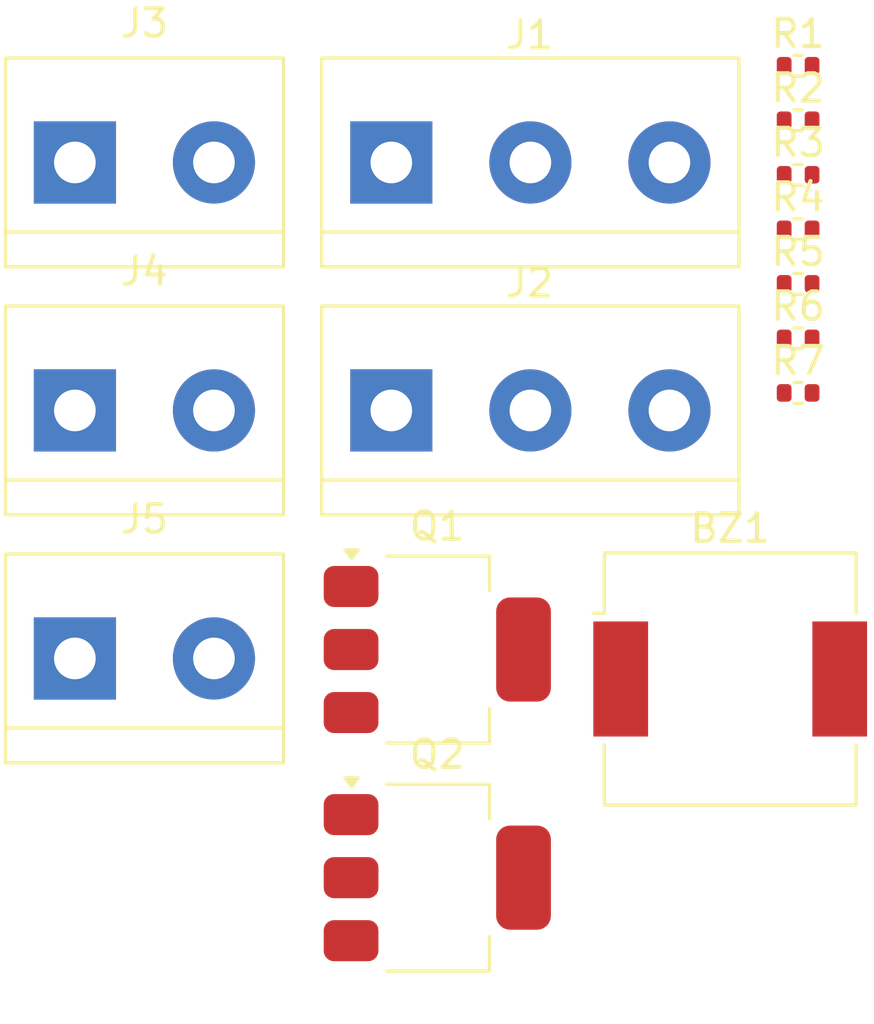
<source format=kicad_pcb>
(kicad_pcb (version 20240108) (generator "pcbnew") (generator_version "8.0")
  (layers (0 "F.Cu" signal) (31 "B.Cu" signal) (34 "B.Paste" user) (35 "F.Paste" user) (36 "B.SilkS" user "B.Silkscreen") (37 "F.SilkS" user "F.Silkscreen") (38 "B.Mask" user) (39 "F.Mask" user) (44 "Edge.Cuts" user))
  (net 0 "")
  (net 1 "+5V")
  (net 2 "Net-(BZ1--)")
  (net 3 "GND")
  (net 4 "LSA")
  (net 5 "LSC")
  (net 6 "KEYC")
  (net 7 "KEYA")
  (net 8 "PP")
  (net 9 "Net-(J4-Pin_1)")
  (net 10 "M")
  (net 11 "Net-(Q1-B)")
  (net 12 "Net-(Q2-B)")
  (net 13 "+3.3V")
  (net 14 "BZZR")
  (net 15 "Light")
  (footprint "Resistor_SMD:R_0402_1005Metric" (layer "F.Cu") (at 169.98 99.11)
    (property "Reference" "R2" (at 0 -1.17 0) (layer "F.SilkS"))
    (property "Value" "1k")
    (fp_line (start -0.153641 -0.38) (end 0.153641 -0.38) (stroke (width 0.12)) (layer "F.SilkS"))
    (fp_line (start -0.153641 0.38) (end 0.153641 0.38) (stroke (width 0.12)) (layer "F.SilkS"))
    (pad "1" smd roundrect (at -0.51 0) (size 0.54 0.64) (layers "F.Cu" "F.Paste" "F.Mask") (net 13 "+3.3V"))
    (pad "2" smd roundrect (at 0.51 0) (size 0.54 0.64) (layers "F.Cu" "F.Paste" "F.Mask") (net 5 "LSC"))
  )
  (footprint "TerminalBlock:TerminalBlock_bornier-3_P5.08mm" (layer "F.Cu") (at 155.12 109.7)
    (property "Reference" "J2" (at 5.05 -4.65 0) (layer "F.SilkS"))
    (property "Value" "KEY")
    (fp_line (start -2.54 -3.81) (end 12.7 -3.81) (stroke (width 0.12)) (layer "F.SilkS"))
    (fp_line (start -2.54 2.54) (end 12.7 2.54) (stroke (width 0.12)) (layer "F.SilkS"))
    (fp_line (start -2.54 3.81) (end -2.54 -3.81) (stroke (width 0.12)) (layer "F.SilkS"))
    (fp_line (start -2.54 3.81) (end 12.7 3.81) (stroke (width 0.12)) (layer "F.SilkS"))
    (fp_line (start 12.7 3.81) (end 12.7 -3.81) (stroke (width 0.12)) (layer "F.SilkS"))
    (pad "1" thru_hole rect (at 0 0) (size 3 3) (drill 1.52) (layers "*.Cu" "*.Mask" "In1.Cu" "In2.Cu" "In3.Cu" "In4.Cu" "In5.Cu" "In6.Cu" "In7.Cu" "In8.Cu" "In9.Cu" "In10.Cu" "In11.Cu" "In12.Cu" "In13.Cu" "In14.Cu" "In15.Cu" "In16.Cu" "In17.Cu" "In18.Cu" "In19.Cu" "In20.Cu" "In21.Cu" "In22.Cu" "In23.Cu" "In24.Cu" "In25.Cu" "In26.Cu" "In27.Cu" "In28.Cu" "In29.Cu" "In30.Cu") (net 6 "KEYC"))
    (pad "2" thru_hole circle (at 5.08 0) (size 3 3) (drill 1.52) (layers "*.Cu" "*.Mask" "In1.Cu" "In2.Cu" "In3.Cu" "In4.Cu" "In5.Cu" "In6.Cu" "In7.Cu" "In8.Cu" "In9.Cu" "In10.Cu" "In11.Cu" "In12.Cu" "In13.Cu" "In14.Cu" "In15.Cu" "In16.Cu" "In17.Cu" "In18.Cu" "In19.Cu" "In20.Cu" "In21.Cu" "In22.Cu" "In23.Cu" "In24.Cu" "In25.Cu" "In26.Cu" "In27.Cu" "In28.Cu" "In29.Cu" "In30.Cu") (net 3 "GND"))
    (pad "3" thru_hole circle (at 10.16 0) (size 3 3) (drill 1.52) (layers "*.Cu" "*.Mask" "In1.Cu" "In2.Cu" "In3.Cu" "In4.Cu" "In5.Cu" "In6.Cu" "In7.Cu" "In8.Cu" "In9.Cu" "In10.Cu" "In11.Cu" "In12.Cu" "In13.Cu" "In14.Cu" "In15.Cu" "In16.Cu" "In17.Cu" "In18.Cu" "In19.Cu" "In20.Cu" "In21.Cu" "In22.Cu" "In23.Cu" "In24.Cu" "In25.Cu" "In26.Cu" "In27.Cu" "In28.Cu" "In29.Cu" "In30.Cu") (net 7 "KEYA"))
  )
  (footprint "Resistor_SMD:R_0402_1005Metric" (layer "F.Cu") (at 169.98 109.06)
    (property "Reference" "R7" (at 0 -1.17 0) (layer "F.SilkS"))
    (property "Value" "1k")
    (fp_line (start -0.153641 -0.38) (end 0.153641 -0.38) (stroke (width 0.12)) (layer "F.SilkS"))
    (fp_line (start -0.153641 0.38) (end 0.153641 0.38) (stroke (width 0.12)) (layer "F.SilkS"))
    (pad "1" smd roundrect (at -0.51 0) (size 0.54 0.64) (layers "F.Cu" "F.Paste" "F.Mask") (net 15 "Light"))
    (pad "2" smd roundrect (at 0.51 0) (size 0.54 0.64) (layers "F.Cu" "F.Paste" "F.Mask") (net 12 "Net-(Q2-B)"))
  )
  (footprint "Package_TO_SOT_SMD:SOT-223-3_TabPin2" (layer "F.Cu") (at 156.8 126.75)
    (property "Reference" "Q2" (at 0 -4.5 0) (layer "F.SilkS"))
    (property "Value" "PNP")
    (fp_line (start -1.85 -3.41) (end 1.91 -3.41) (stroke (width 0.12)) (layer "F.SilkS"))
    (fp_line (start -1.85 3.41) (end 1.91 3.41) (stroke (width 0.12)) (layer "F.SilkS"))
    (fp_line (start 1.91 -3.41) (end 1.91 -2.15) (stroke (width 0.12)) (layer "F.SilkS"))
    (fp_line (start 1.91 3.41) (end 1.91 2.15) (stroke (width 0.12)) (layer "F.SilkS"))
    (fp_poly (pts (xy -3.13 -3.31) (xy -3.37 -3.64) (xy -2.89 -3.64) (xy -3.13 -3.31)) (stroke (width 0.12)) (fill solid) (layer "F.SilkS"))
    (pad "1" smd roundrect (at -3.15 -2.3) (size 2 1.5) (layers "F.Cu" "F.Paste" "F.Mask") (net 12 "Net-(Q2-B)"))
    (pad "2" smd roundrect (at -3.15 0) (size 2 1.5) (layers "F.Cu" "F.Paste" "F.Mask") (net 9 "Net-(J4-Pin_1)"))
    (pad "2" smd roundrect (at 3.15 0) (size 2 3.8) (layers "F.Cu" "F.Paste" "F.Mask") (net 9 "Net-(J4-Pin_1)"))
    (pad "3" smd roundrect (at -3.15 2.3) (size 2 1.5) (layers "F.Cu" "F.Paste" "F.Mask") (net 3 "GND"))
  )
  (footprint "Package_TO_SOT_SMD:SOT-223-3_TabPin2" (layer "F.Cu") (at 156.8 118.425)
    (property "Reference" "Q1" (at 0 -4.5 0) (layer "F.SilkS"))
    (property "Value" "PNP")
    (fp_line (start -1.85 -3.41) (end 1.91 -3.41) (stroke (width 0.12)) (layer "F.SilkS"))
    (fp_line (start -1.85 3.41) (end 1.91 3.41) (stroke (width 0.12)) (layer "F.SilkS"))
    (fp_line (start 1.91 -3.41) (end 1.91 -2.15) (stroke (width 0.12)) (layer "F.SilkS"))
    (fp_line (start 1.91 3.41) (end 1.91 2.15) (stroke (width 0.12)) (layer "F.SilkS"))
    (fp_poly (pts (xy -3.13 -3.31) (xy -3.37 -3.64) (xy -2.89 -3.64) (xy -3.13 -3.31)) (stroke (width 0.12)) (fill solid) (layer "F.SilkS"))
    (pad "1" smd roundrect (at -3.15 -2.3) (size 2 1.5) (layers "F.Cu" "F.Paste" "F.Mask") (net 11 "Net-(Q1-B)"))
    (pad "2" smd roundrect (at -3.15 0) (size 2 1.5) (layers "F.Cu" "F.Paste" "F.Mask") (net 2 "Net-(BZ1--)"))
    (pad "2" smd roundrect (at 3.15 0) (size 2 3.8) (layers "F.Cu" "F.Paste" "F.Mask") (net 2 "Net-(BZ1--)"))
    (pad "3" smd roundrect (at -3.15 2.3) (size 2 1.5) (layers "F.Cu" "F.Paste" "F.Mask") (net 3 "GND"))
  )
  (footprint "TerminalBlock:TerminalBlock_bornier-2_P5.08mm" (layer "F.Cu") (at 143.56 109.7)
    (property "Reference" "J4" (at 2.54 -5.08 0) (layer "F.SilkS"))
    (property "Value" "Light")
    (fp_line (start -2.54 -3.81) (end -2.54 3.81) (stroke (width 0.12)) (layer "F.SilkS"))
    (fp_line (start -2.54 3.81) (end 7.62 3.81) (stroke (width 0.12)) (layer "F.SilkS"))
    (fp_line (start 7.62 -3.81) (end -2.54 -3.81) (stroke (width 0.12)) (layer "F.SilkS"))
    (fp_line (start 7.62 2.54) (end -2.54 2.54) (stroke (width 0.12)) (layer "F.SilkS"))
    (fp_line (start 7.62 3.81) (end 7.62 -3.81) (stroke (width 0.12)) (layer "F.SilkS"))
    (pad "1" thru_hole rect (at 0 0) (size 3 3) (drill 1.52) (layers "*.Cu" "*.Mask" "In1.Cu" "In2.Cu" "In3.Cu" "In4.Cu" "In5.Cu" "In6.Cu" "In7.Cu" "In8.Cu" "In9.Cu" "In10.Cu" "In11.Cu" "In12.Cu" "In13.Cu" "In14.Cu" "In15.Cu" "In16.Cu" "In17.Cu" "In18.Cu" "In19.Cu" "In20.Cu" "In21.Cu" "In22.Cu" "In23.Cu" "In24.Cu" "In25.Cu" "In26.Cu" "In27.Cu" "In28.Cu" "In29.Cu" "In30.Cu") (net 9 "Net-(J4-Pin_1)"))
    (pad "2" thru_hole circle (at 5.08 0) (size 3 3) (drill 1.52) (layers "*.Cu" "*.Mask" "In1.Cu" "In2.Cu" "In3.Cu" "In4.Cu" "In5.Cu" "In6.Cu" "In7.Cu" "In8.Cu" "In9.Cu" "In10.Cu" "In11.Cu" "In12.Cu" "In13.Cu" "In14.Cu" "In15.Cu" "In16.Cu" "In17.Cu" "In18.Cu" "In19.Cu" "In20.Cu" "In21.Cu" "In22.Cu" "In23.Cu" "In24.Cu" "In25.Cu" "In26.Cu" "In27.Cu" "In28.Cu" "In29.Cu" "In30.Cu") (net 1 "+5V"))
  )
  (footprint "Resistor_SMD:R_0402_1005Metric" (layer "F.Cu") (at 169.98 105.08)
    (property "Reference" "R5" (at 0 -1.17 0) (layer "F.SilkS"))
    (property "Value" "1k")
    (fp_line (start -0.153641 -0.38) (end 0.153641 -0.38) (stroke (width 0.12)) (layer "F.SilkS"))
    (fp_line (start -0.153641 0.38) (end 0.153641 0.38) (stroke (width 0.12)) (layer "F.SilkS"))
    (pad "1" smd roundrect (at -0.51 0) (size 0.54 0.64) (layers "F.Cu" "F.Paste" "F.Mask") (net 13 "+3.3V"))
    (pad "2" smd roundrect (at 0.51 0) (size 0.54 0.64) (layers "F.Cu" "F.Paste" "F.Mask") (net 8 "PP"))
  )
  (footprint "Resistor_SMD:R_0402_1005Metric" (layer "F.Cu") (at 169.98 97.12)
    (property "Reference" "R1" (at 0 -1.17 0) (layer "F.SilkS"))
    (property "Value" "1k")
    (fp_line (start -0.153641 -0.38) (end 0.153641 -0.38) (stroke (width 0.12)) (layer "F.SilkS"))
    (fp_line (start -0.153641 0.38) (end 0.153641 0.38) (stroke (width 0.12)) (layer "F.SilkS"))
    (pad "1" smd roundrect (at -0.51 0) (size 0.54 0.64) (layers "F.Cu" "F.Paste" "F.Mask") (net 13 "+3.3V"))
    (pad "2" smd roundrect (at 0.51 0) (size 0.54 0.64) (layers "F.Cu" "F.Paste" "F.Mask") (net 4 "LSA"))
  )
  (footprint "TerminalBlock:TerminalBlock_bornier-3_P5.08mm" (layer "F.Cu") (at 155.12 100.65)
    (property "Reference" "J1" (at 5.05 -4.65 0) (layer "F.SilkS"))
    (property "Value" "LIMIT SWITCHES")
    (fp_line (start -2.54 -3.81) (end 12.7 -3.81) (stroke (width 0.12)) (layer "F.SilkS"))
    (fp_line (start -2.54 2.54) (end 12.7 2.54) (stroke (width 0.12)) (layer "F.SilkS"))
    (fp_line (start -2.54 3.81) (end -2.54 -3.81) (stroke (width 0.12)) (layer "F.SilkS"))
    (fp_line (start -2.54 3.81) (end 12.7 3.81) (stroke (width 0.12)) (layer "F.SilkS"))
    (fp_line (start 12.7 3.81) (end 12.7 -3.81) (stroke (width 0.12)) (layer "F.SilkS"))
    (pad "1" thru_hole rect (at 0 0) (size 3 3) (drill 1.52) (layers "*.Cu" "*.Mask" "In1.Cu" "In2.Cu" "In3.Cu" "In4.Cu" "In5.Cu" "In6.Cu" "In7.Cu" "In8.Cu" "In9.Cu" "In10.Cu" "In11.Cu" "In12.Cu" "In13.Cu" "In14.Cu" "In15.Cu" "In16.Cu" "In17.Cu" "In18.Cu" "In19.Cu" "In20.Cu" "In21.Cu" "In22.Cu" "In23.Cu" "In24.Cu" "In25.Cu" "In26.Cu" "In27.Cu" "In28.Cu" "In29.Cu" "In30.Cu") (net 5 "LSC"))
    (pad "2" thru_hole circle (at 5.08 0) (size 3 3) (drill 1.52) (layers "*.Cu" "*.Mask" "In1.Cu" "In2.Cu" "In3.Cu" "In4.Cu" "In5.Cu" "In6.Cu" "In7.Cu" "In8.Cu" "In9.Cu" "In10.Cu" "In11.Cu" "In12.Cu" "In13.Cu" "In14.Cu" "In15.Cu" "In16.Cu" "In17.Cu" "In18.Cu" "In19.Cu" "In20.Cu" "In21.Cu" "In22.Cu" "In23.Cu" "In24.Cu" "In25.Cu" "In26.Cu" "In27.Cu" "In28.Cu" "In29.Cu" "In30.Cu") (net 3 "GND"))
    (pad "3" thru_hole circle (at 10.16 0) (size 3 3) (drill 1.52) (layers "*.Cu" "*.Mask" "In1.Cu" "In2.Cu" "In3.Cu" "In4.Cu" "In5.Cu" "In6.Cu" "In7.Cu" "In8.Cu" "In9.Cu" "In10.Cu" "In11.Cu" "In12.Cu" "In13.Cu" "In14.Cu" "In15.Cu" "In16.Cu" "In17.Cu" "In18.Cu" "In19.Cu" "In20.Cu" "In21.Cu" "In22.Cu" "In23.Cu" "In24.Cu" "In25.Cu" "In26.Cu" "In27.Cu" "In28.Cu" "In29.Cu" "In30.Cu") (net 4 "LSA"))
  )
  (footprint "Resistor_SMD:R_0402_1005Metric" (layer "F.Cu") (at 169.98 107.07)
    (property "Reference" "R6" (at 0 -1.17 0) (layer "F.SilkS"))
    (property "Value" "1k")
    (fp_line (start -0.153641 -0.38) (end 0.153641 -0.38) (stroke (width 0.12)) (layer "F.SilkS"))
    (fp_line (start -0.153641 0.38) (end 0.153641 0.38) (stroke (width 0.12)) (layer "F.SilkS"))
    (pad "1" smd roundrect (at -0.51 0) (size 0.54 0.64) (layers "F.Cu" "F.Paste" "F.Mask") (net 14 "BZZR"))
    (pad "2" smd roundrect (at 0.51 0) (size 0.54 0.64) (layers "F.Cu" "F.Paste" "F.Mask") (net 11 "Net-(Q1-B)"))
  )
  (footprint "TerminalBlock:TerminalBlock_bornier-2_P5.08mm" (layer "F.Cu") (at 143.56 118.75)
    (property "Reference" "J5" (at 2.54 -5.08 0) (layer "F.SilkS"))
    (property "Value" "MOTOR")
    (fp_line (start -2.54 -3.81) (end -2.54 3.81) (stroke (width 0.12)) (layer "F.SilkS"))
    (fp_line (start -2.54 3.81) (end 7.62 3.81) (stroke (width 0.12)) (layer "F.SilkS"))
    (fp_line (start 7.62 -3.81) (end -2.54 -3.81) (stroke (width 0.12)) (layer "F.SilkS"))
    (fp_line (start 7.62 2.54) (end -2.54 2.54) (stroke (width 0.12)) (layer "F.SilkS"))
    (fp_line (start 7.62 3.81) (end 7.62 -3.81) (stroke (width 0.12)) (layer "F.SilkS"))
    (pad "1" thru_hole rect (at 0 0) (size 3 3) (drill 1.52) (layers "*.Cu" "*.Mask" "In1.Cu" "In2.Cu" "In3.Cu" "In4.Cu" "In5.Cu" "In6.Cu" "In7.Cu" "In8.Cu" "In9.Cu" "In10.Cu" "In11.Cu" "In12.Cu" "In13.Cu" "In14.Cu" "In15.Cu" "In16.Cu" "In17.Cu" "In18.Cu" "In19.Cu" "In20.Cu" "In21.Cu" "In22.Cu" "In23.Cu" "In24.Cu" "In25.Cu" "In26.Cu" "In27.Cu" "In28.Cu" "In29.Cu" "In30.Cu") (net 10 "M"))
    (pad "2" thru_hole circle (at 5.08 0) (size 3 3) (drill 1.52) (layers "*.Cu" "*.Mask" "In1.Cu" "In2.Cu" "In3.Cu" "In4.Cu" "In5.Cu" "In6.Cu" "In7.Cu" "In8.Cu" "In9.Cu" "In10.Cu" "In11.Cu" "In12.Cu" "In13.Cu" "In14.Cu" "In15.Cu" "In16.Cu" "In17.Cu" "In18.Cu" "In19.Cu" "In20.Cu" "In21.Cu" "In22.Cu" "In23.Cu" "In24.Cu" "In25.Cu" "In26.Cu" "In27.Cu" "In28.Cu" "In29.Cu" "In30.Cu") (net 10 "M"))
  )
  (footprint "Resistor_SMD:R_0402_1005Metric" (layer "F.Cu") (at 169.98 103.09)
    (property "Reference" "R4" (at 0 -1.17 0) (layer "F.SilkS"))
    (property "Value" "1k")
    (fp_line (start -0.153641 -0.38) (end 0.153641 -0.38) (stroke (width 0.12)) (layer "F.SilkS"))
    (fp_line (start -0.153641 0.38) (end 0.153641 0.38) (stroke (width 0.12)) (layer "F.SilkS"))
    (pad "1" smd roundrect (at -0.51 0) (size 0.54 0.64) (layers "F.Cu" "F.Paste" "F.Mask") (net 13 "+3.3V"))
    (pad "2" smd roundrect (at 0.51 0) (size 0.54 0.64) (layers "F.Cu" "F.Paste" "F.Mask") (net 6 "KEYC"))
  )
  (footprint "Resistor_SMD:R_0402_1005Metric" (layer "F.Cu") (at 169.98 101.1)
    (property "Reference" "R3" (at 0 -1.17 0) (layer "F.SilkS"))
    (property "Value" "1k")
    (fp_line (start -0.153641 -0.38) (end 0.153641 -0.38) (stroke (width 0.12)) (layer "F.SilkS"))
    (fp_line (start -0.153641 0.38) (end 0.153641 0.38) (stroke (width 0.12)) (layer "F.SilkS"))
    (pad "1" smd roundrect (at -0.51 0) (size 0.54 0.64) (layers "F.Cu" "F.Paste" "F.Mask") (net 13 "+3.3V"))
    (pad "2" smd roundrect (at 0.51 0) (size 0.54 0.64) (layers "F.Cu" "F.Paste" "F.Mask") (net 7 "KEYA"))
  )
  (footprint "TerminalBlock:TerminalBlock_bornier-2_P5.08mm" (layer "F.Cu") (at 143.56 100.65)
    (property "Reference" "J3" (at 2.54 -5.08 0) (layer "F.SilkS"))
    (property "Value" "PP")
    (fp_line (start -2.54 -3.81) (end -2.54 3.81) (stroke (width 0.12)) (layer "F.SilkS"))
    (fp_line (start -2.54 3.81) (end 7.62 3.81) (stroke (width 0.12)) (layer "F.SilkS"))
    (fp_line (start 7.62 -3.81) (end -2.54 -3.81) (stroke (width 0.12)) (layer "F.SilkS"))
    (fp_line (start 7.62 2.54) (end -2.54 2.54) (stroke (width 0.12)) (layer "F.SilkS"))
    (fp_line (start 7.62 3.81) (end 7.62 -3.81) (stroke (width 0.12)) (layer "F.SilkS"))
    (pad "1" thru_hole rect (at 0 0) (size 3 3) (drill 1.52) (layers "*.Cu" "*.Mask" "In1.Cu" "In2.Cu" "In3.Cu" "In4.Cu" "In5.Cu" "In6.Cu" "In7.Cu" "In8.Cu" "In9.Cu" "In10.Cu" "In11.Cu" "In12.Cu" "In13.Cu" "In14.Cu" "In15.Cu" "In16.Cu" "In17.Cu" "In18.Cu" "In19.Cu" "In20.Cu" "In21.Cu" "In22.Cu" "In23.Cu" "In24.Cu" "In25.Cu" "In26.Cu" "In27.Cu" "In28.Cu" "In29.Cu" "In30.Cu") (net 3 "GND"))
    (pad "2" thru_hole circle (at 5.08 0) (size 3 3) (drill 1.52) (layers "*.Cu" "*.Mask" "In1.Cu" "In2.Cu" "In3.Cu" "In4.Cu" "In5.Cu" "In6.Cu" "In7.Cu" "In8.Cu" "In9.Cu" "In10.Cu" "In11.Cu" "In12.Cu" "In13.Cu" "In14.Cu" "In15.Cu" "In16.Cu" "In17.Cu" "In18.Cu" "In19.Cu" "In20.Cu" "In21.Cu" "In22.Cu" "In23.Cu" "In24.Cu" "In25.Cu" "In26.Cu" "In27.Cu" "In28.Cu" "In29.Cu" "In30.Cu") (net 8 "PP"))
  )
  (footprint "Buzzer_Beeper:Buzzer_CUI_CPT-9019S-SMT" (layer "F.Cu") (at 167.5 119.5)
    (property "Reference" "BZ1" (at 0 -5.5 0) (layer "F.SilkS"))
    (property "Value" "Buzzer")
    (fp_line (start -4.6 -4.6) (end -4.6 -2.4) (stroke (width 0.12)) (layer "F.SilkS"))
    (fp_line (start -4.6 -4.6) (end 4.6 -4.6) (stroke (width 0.12)) (layer "F.SilkS"))
    (fp_line (start -4.6 -2.4) (end -5 -2.4) (stroke (width 0.12)) (layer "F.SilkS"))
    (fp_line (start -4.6 2.4) (end -4.6 4.6) (stroke (width 0.12)) (layer "F.SilkS"))
    (fp_line (start 4.6 -4.6) (end 4.6 -2.4) (stroke (width 0.12)) (layer "F.SilkS"))
    (fp_line (start 4.6 2.4) (end 4.6 4.6) (stroke (width 0.12)) (layer "F.SilkS"))
    (fp_line (start 4.6 4.6) (end -4.6 4.6) (stroke (width 0.12)) (layer "F.SilkS"))
    (pad "1" smd rect (at -4 0) (size 2 4.2) (layers "F.Cu" "F.Paste" "F.Mask") (net 1 "+5V"))
    (pad "2" smd rect (at 4 0) (size 2 4.2) (layers "F.Cu" "F.Paste" "F.Mask") (net 2 "Net-(BZ1--)"))
  )
)
</source>
